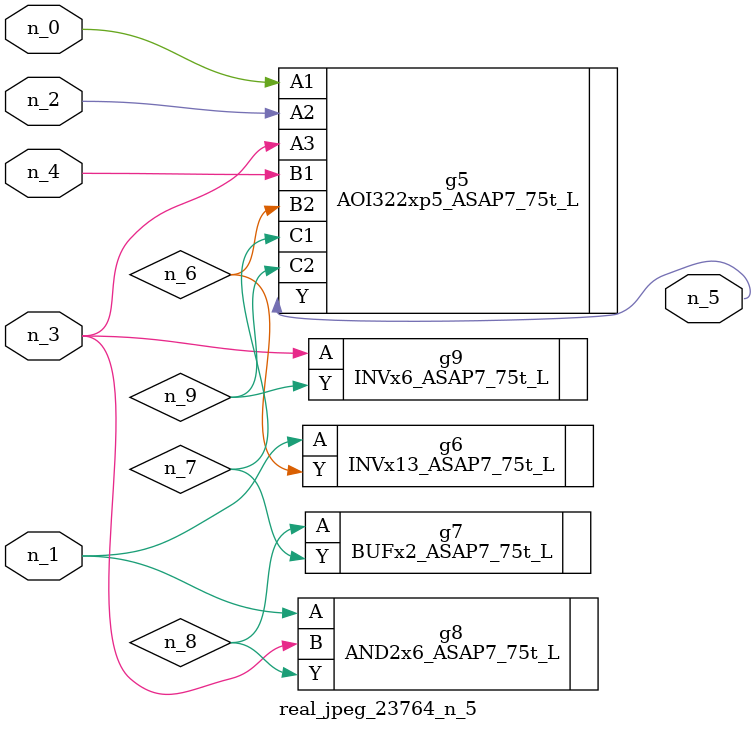
<source format=v>
module real_jpeg_23764_n_5 (n_4, n_0, n_1, n_2, n_3, n_5);

input n_4;
input n_0;
input n_1;
input n_2;
input n_3;

output n_5;

wire n_8;
wire n_6;
wire n_7;
wire n_9;

AOI322xp5_ASAP7_75t_L g5 ( 
.A1(n_0),
.A2(n_2),
.A3(n_3),
.B1(n_4),
.B2(n_6),
.C1(n_7),
.C2(n_9),
.Y(n_5)
);

INVx13_ASAP7_75t_L g6 ( 
.A(n_1),
.Y(n_6)
);

AND2x6_ASAP7_75t_L g8 ( 
.A(n_1),
.B(n_3),
.Y(n_8)
);

INVx6_ASAP7_75t_L g9 ( 
.A(n_3),
.Y(n_9)
);

BUFx2_ASAP7_75t_L g7 ( 
.A(n_8),
.Y(n_7)
);


endmodule
</source>
